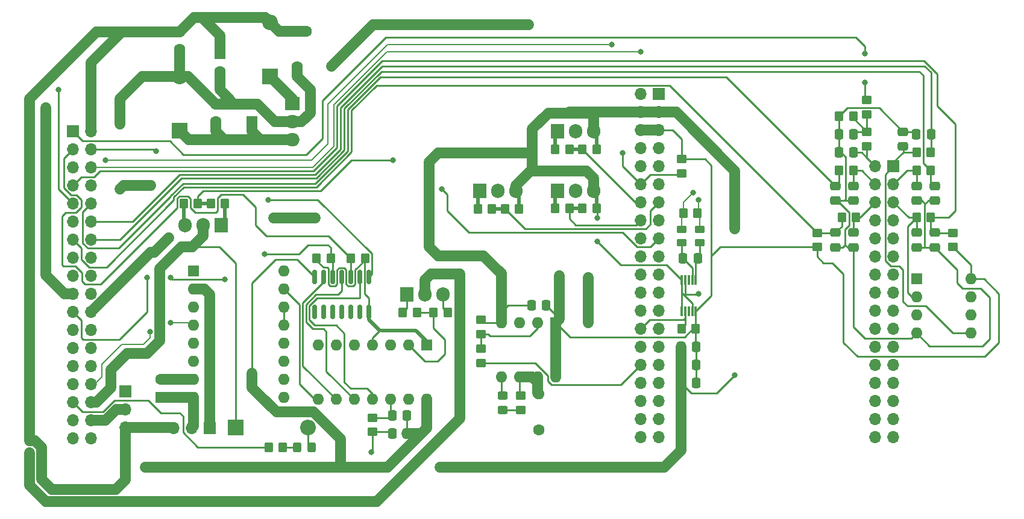
<source format=gbr>
%TF.GenerationSoftware,KiCad,Pcbnew,(6.0.0)*%
%TF.CreationDate,2022-01-12T02:58:20-05:00*%
%TF.ProjectId,klxecu,6b6c7865-6375-42e6-9b69-6361645f7063,rev?*%
%TF.SameCoordinates,Original*%
%TF.FileFunction,Copper,L1,Top*%
%TF.FilePolarity,Positive*%
%FSLAX46Y46*%
G04 Gerber Fmt 4.6, Leading zero omitted, Abs format (unit mm)*
G04 Created by KiCad (PCBNEW (6.0.0)) date 2022-01-12 02:58:20*
%MOMM*%
%LPD*%
G01*
G04 APERTURE LIST*
G04 Aperture macros list*
%AMRoundRect*
0 Rectangle with rounded corners*
0 $1 Rounding radius*
0 $2 $3 $4 $5 $6 $7 $8 $9 X,Y pos of 4 corners*
0 Add a 4 corners polygon primitive as box body*
4,1,4,$2,$3,$4,$5,$6,$7,$8,$9,$2,$3,0*
0 Add four circle primitives for the rounded corners*
1,1,$1+$1,$2,$3*
1,1,$1+$1,$4,$5*
1,1,$1+$1,$6,$7*
1,1,$1+$1,$8,$9*
0 Add four rect primitives between the rounded corners*
20,1,$1+$1,$2,$3,$4,$5,0*
20,1,$1+$1,$4,$5,$6,$7,0*
20,1,$1+$1,$6,$7,$8,$9,0*
20,1,$1+$1,$8,$9,$2,$3,0*%
G04 Aperture macros list end*
%TA.AperFunction,ComponentPad*%
%ADD10R,1.905000X2.000000*%
%TD*%
%TA.AperFunction,ComponentPad*%
%ADD11O,1.905000X2.000000*%
%TD*%
%TA.AperFunction,ComponentPad*%
%ADD12R,1.600000X1.600000*%
%TD*%
%TA.AperFunction,ComponentPad*%
%ADD13O,1.600000X1.600000*%
%TD*%
%TA.AperFunction,SMDPad,CuDef*%
%ADD14RoundRect,0.250000X-0.475000X0.337500X-0.475000X-0.337500X0.475000X-0.337500X0.475000X0.337500X0*%
%TD*%
%TA.AperFunction,ComponentPad*%
%ADD15C,1.600000*%
%TD*%
%TA.AperFunction,SMDPad,CuDef*%
%ADD16RoundRect,0.250000X0.350000X0.450000X-0.350000X0.450000X-0.350000X-0.450000X0.350000X-0.450000X0*%
%TD*%
%TA.AperFunction,SMDPad,CuDef*%
%ADD17RoundRect,0.250000X0.337500X0.475000X-0.337500X0.475000X-0.337500X-0.475000X0.337500X-0.475000X0*%
%TD*%
%TA.AperFunction,SMDPad,CuDef*%
%ADD18RoundRect,0.250000X0.325000X0.450000X-0.325000X0.450000X-0.325000X-0.450000X0.325000X-0.450000X0*%
%TD*%
%TA.AperFunction,SMDPad,CuDef*%
%ADD19RoundRect,0.250000X-0.350000X-0.450000X0.350000X-0.450000X0.350000X0.450000X-0.350000X0.450000X0*%
%TD*%
%TA.AperFunction,SMDPad,CuDef*%
%ADD20RoundRect,0.250000X-0.450000X0.350000X-0.450000X-0.350000X0.450000X-0.350000X0.450000X0.350000X0*%
%TD*%
%TA.AperFunction,ComponentPad*%
%ADD21R,1.700000X1.700000*%
%TD*%
%TA.AperFunction,ComponentPad*%
%ADD22O,1.700000X1.700000*%
%TD*%
%TA.AperFunction,SMDPad,CuDef*%
%ADD23RoundRect,0.250000X-0.337500X-0.475000X0.337500X-0.475000X0.337500X0.475000X-0.337500X0.475000X0*%
%TD*%
%TA.AperFunction,SMDPad,CuDef*%
%ADD24RoundRect,0.250000X0.450000X-0.350000X0.450000X0.350000X-0.450000X0.350000X-0.450000X-0.350000X0*%
%TD*%
%TA.AperFunction,ComponentPad*%
%ADD25R,2.200000X2.200000*%
%TD*%
%TA.AperFunction,ComponentPad*%
%ADD26O,2.200000X2.200000*%
%TD*%
%TA.AperFunction,SMDPad,CuDef*%
%ADD27RoundRect,0.250000X0.450000X-0.262500X0.450000X0.262500X-0.450000X0.262500X-0.450000X-0.262500X0*%
%TD*%
%TA.AperFunction,SMDPad,CuDef*%
%ADD28R,0.300000X1.400000*%
%TD*%
%TA.AperFunction,SMDPad,CuDef*%
%ADD29RoundRect,0.250000X-0.450000X0.325000X-0.450000X-0.325000X0.450000X-0.325000X0.450000X0.325000X0*%
%TD*%
%TA.AperFunction,ComponentPad*%
%ADD30R,2.000000X1.905000*%
%TD*%
%TA.AperFunction,ComponentPad*%
%ADD31O,2.000000X1.905000*%
%TD*%
%TA.AperFunction,SMDPad,CuDef*%
%ADD32RoundRect,0.250000X0.475000X-0.337500X0.475000X0.337500X-0.475000X0.337500X-0.475000X-0.337500X0*%
%TD*%
%TA.AperFunction,SMDPad,CuDef*%
%ADD33RoundRect,0.250000X-0.450000X0.262500X-0.450000X-0.262500X0.450000X-0.262500X0.450000X0.262500X0*%
%TD*%
%TA.AperFunction,SMDPad,CuDef*%
%ADD34RoundRect,0.150000X-0.150000X0.825000X-0.150000X-0.825000X0.150000X-0.825000X0.150000X0.825000X0*%
%TD*%
%TA.AperFunction,ViaPad*%
%ADD35C,0.800000*%
%TD*%
%TA.AperFunction,Conductor*%
%ADD36C,0.250000*%
%TD*%
%TA.AperFunction,Conductor*%
%ADD37C,1.500000*%
%TD*%
%TA.AperFunction,Conductor*%
%ADD38C,0.500000*%
%TD*%
%TA.AperFunction,Conductor*%
%ADD39C,0.200000*%
%TD*%
G04 APERTURE END LIST*
D10*
%TO.P,Q3,1,G*%
%TO.N,Net-(Q3-Pad1)*%
X77869489Y-59581489D03*
D11*
%TO.P,Q3,2,D*%
%TO.N,CHECK ENGINE*%
X80409489Y-59581489D03*
%TO.P,Q3,3,S*%
%TO.N,GND*%
X82949489Y-59581489D03*
%TD*%
D12*
%TO.P,A1,1,GND*%
%TO.N,GND*%
X47907489Y-56279489D03*
D13*
%TO.P,A1,2,VDD*%
%TO.N,+5V*%
X47907489Y-58819489D03*
%TO.P,A1,3,1B*%
%TO.N,SUB A -*%
X47907489Y-61359489D03*
%TO.P,A1,4,1A*%
%TO.N,SUB A +*%
X47907489Y-63899489D03*
%TO.P,A1,5,2A*%
%TO.N,SUB B +*%
X47907489Y-66439489D03*
%TO.P,A1,6,2B*%
%TO.N,SUB B -*%
X47907489Y-68979489D03*
%TO.P,A1,7,GND*%
%TO.N,GND*%
X47907489Y-71519489D03*
%TO.P,A1,8,VMOT*%
%TO.N,Net-(C19-Pad1)*%
X47907489Y-74059489D03*
%TO.P,A1,9,~{ENABLE}*%
%TO.N,unconnected-(A1-Pad9)*%
X60607489Y-74059489D03*
%TO.P,A1,10,MS1*%
%TO.N,unconnected-(A1-Pad10)*%
X60607489Y-71519489D03*
%TO.P,A1,11,MS2*%
%TO.N,unconnected-(A1-Pad11)*%
X60607489Y-68979489D03*
%TO.P,A1,12,MS3*%
%TO.N,unconnected-(A1-Pad12)*%
X60607489Y-66439489D03*
%TO.P,A1,13,~{RESET}*%
%TO.N,Net-(A1-Pad13)*%
X60607489Y-63899489D03*
%TO.P,A1,14,~{SLEEP}*%
X60607489Y-61359489D03*
%TO.P,A1,15,STEP*%
%TO.N,Net-(A1-Pad15)*%
X60607489Y-58819489D03*
%TO.P,A1,16,DIR*%
%TO.N,Net-(A1-Pad16)*%
X60607489Y-56279489D03*
%TD*%
D14*
%TO.P,C5,1*%
%TO.N,ARDUINO-A3*%
X140589000Y-44276011D03*
%TO.P,C5,2*%
%TO.N,GND*%
X140589000Y-46351011D03*
%TD*%
D12*
%TO.P,C24,1*%
%TO.N,+5V*%
X56098000Y-35270000D03*
D15*
%TO.P,C24,2*%
%TO.N,GND*%
X56098000Y-32770000D03*
%TD*%
D16*
%TO.P,R15,1*%
%TO.N,MAP*%
X151479000Y-39598511D03*
%TO.P,R15,2*%
%TO.N,ARDUINO-A0*%
X149479000Y-39598511D03*
%TD*%
D17*
%TO.P,C20,1*%
%TO.N,+5V*%
X97430500Y-61087000D03*
%TO.P,C20,2*%
%TO.N,GND*%
X95355500Y-61087000D03*
%TD*%
%TO.P,C17,1*%
%TO.N,+5V*%
X118496500Y-66903511D03*
%TO.P,C17,2*%
%TO.N,GND*%
X116421500Y-66903511D03*
%TD*%
D18*
%TO.P,LED1,1,K*%
%TO.N,Net-(D1-Pad2)*%
X64525000Y-81026000D03*
%TO.P,LED1,2,A*%
%TO.N,Net-(LED1-Pad2)*%
X62475000Y-81026000D03*
%TD*%
D19*
%TO.P,R12,1*%
%TO.N,GND*%
X138589000Y-34518511D03*
%TO.P,R12,2*%
%TO.N,Net-(C10-Pad1)*%
X140589000Y-34518511D03*
%TD*%
%TO.P,R9,1*%
%TO.N,IAT*%
X138954000Y-48721011D03*
%TO.P,R9,2*%
%TO.N,ARDUINO-A5*%
X140954000Y-48721011D03*
%TD*%
D20*
%TO.P,R32,1*%
%TO.N,Net-(R32-Pad1)*%
X93853000Y-73803000D03*
%TO.P,R32,2*%
%TO.N,Net-(LED2-Pad2)*%
X93853000Y-75803000D03*
%TD*%
D16*
%TO.P,R26,1*%
%TO.N,+5V*%
X72011489Y-54501489D03*
%TO.P,R26,2*%
%TO.N,NEUTRAL SW*%
X70011489Y-54501489D03*
%TD*%
D14*
%TO.P,C3,1*%
%TO.N,CLT*%
X152019000Y-50858511D03*
%TO.P,C3,2*%
%TO.N,GND*%
X152019000Y-52933511D03*
%TD*%
D21*
%TO.P,J3,1,Pin_1*%
%TO.N,ARDUINO-A0*%
X146234000Y-41503511D03*
D22*
%TO.P,J3,2,Pin_2*%
%TO.N,ARDUINO-A1*%
X143694000Y-41503511D03*
%TO.P,J3,3,Pin_3*%
%TO.N,ARDUINO-A2*%
X146234000Y-44043511D03*
%TO.P,J3,4,Pin_4*%
%TO.N,ARDUINO-A3*%
X143694000Y-44043511D03*
%TO.P,J3,5,Pin_5*%
%TO.N,ARDUINO-A4*%
X146234000Y-46583511D03*
%TO.P,J3,6,Pin_6*%
%TO.N,ARDUINO-A5*%
X143694000Y-46583511D03*
%TO.P,J3,7,Pin_7*%
%TO.N,unconnected-(J3-Pad7)*%
X146234000Y-49123511D03*
%TO.P,J3,8,Pin_8*%
%TO.N,unconnected-(J3-Pad8)*%
X143694000Y-49123511D03*
%TO.P,J3,9,Pin_9*%
%TO.N,unconnected-(J3-Pad9)*%
X146234000Y-51663511D03*
%TO.P,J3,10,Pin_10*%
%TO.N,unconnected-(J3-Pad10)*%
X143694000Y-51663511D03*
%TO.P,J3,11,Pin_11*%
%TO.N,unconnected-(J3-Pad11)*%
X146234000Y-54203511D03*
%TO.P,J3,12,Pin_12*%
%TO.N,unconnected-(J3-Pad12)*%
X143694000Y-54203511D03*
%TO.P,J3,13,Pin_13*%
%TO.N,unconnected-(J3-Pad13)*%
X146234000Y-56743511D03*
%TO.P,J3,14,Pin_14*%
%TO.N,unconnected-(J3-Pad14)*%
X143694000Y-56743511D03*
%TO.P,J3,15,Pin_15*%
%TO.N,unconnected-(J3-Pad15)*%
X146234000Y-59283511D03*
%TO.P,J3,16,Pin_16*%
%TO.N,unconnected-(J3-Pad16)*%
X143694000Y-59283511D03*
%TO.P,J3,17,Pin_17*%
%TO.N,unconnected-(J3-Pad17)*%
X146234000Y-61823511D03*
%TO.P,J3,18,Pin_18*%
%TO.N,unconnected-(J3-Pad18)*%
X143694000Y-61823511D03*
%TO.P,J3,19,Pin_19*%
%TO.N,unconnected-(J3-Pad19)*%
X146234000Y-64363511D03*
%TO.P,J3,20,Pin_20*%
%TO.N,unconnected-(J3-Pad20)*%
X143694000Y-64363511D03*
%TO.P,J3,21,Pin_21*%
%TO.N,unconnected-(J3-Pad21)*%
X146234000Y-66903511D03*
%TO.P,J3,22,Pin_22*%
%TO.N,unconnected-(J3-Pad22)*%
X143694000Y-66903511D03*
%TO.P,J3,23,Pin_23*%
%TO.N,unconnected-(J3-Pad23)*%
X146234000Y-69443511D03*
%TO.P,J3,24,Pin_24*%
%TO.N,unconnected-(J3-Pad24)*%
X143694000Y-69443511D03*
%TO.P,J3,25,Pin_25*%
%TO.N,unconnected-(J3-Pad25)*%
X146234000Y-71983511D03*
%TO.P,J3,26,Pin_26*%
%TO.N,unconnected-(J3-Pad26)*%
X143694000Y-71983511D03*
%TO.P,J3,27,Pin_27*%
%TO.N,unconnected-(J3-Pad27)*%
X146234000Y-74523511D03*
%TO.P,J3,28,Pin_28*%
%TO.N,unconnected-(J3-Pad28)*%
X143694000Y-74523511D03*
%TO.P,J3,29,Pin_29*%
%TO.N,unconnected-(J3-Pad29)*%
X146234000Y-77063511D03*
%TO.P,J3,30,Pin_30*%
%TO.N,unconnected-(J3-Pad30)*%
X143694000Y-77063511D03*
%TO.P,J3,31,Pin_31*%
%TO.N,unconnected-(J3-Pad31)*%
X146234000Y-79603511D03*
%TO.P,J3,32,Pin_32*%
%TO.N,unconnected-(J3-Pad32)*%
X143694000Y-79603511D03*
%TD*%
D15*
%TO.P,C23,1*%
%TO.N,+5V*%
X51018000Y-35270000D03*
%TO.P,C23,2*%
%TO.N,GND*%
X51018000Y-32770000D03*
%TD*%
%TO.P,R33,1*%
%TO.N,IGN*%
X96393000Y-78642000D03*
D13*
%TO.P,R33,2*%
%TO.N,Net-(R32-Pad1)*%
X96393000Y-73562000D03*
%TD*%
D10*
%TO.P,Q2,1,G*%
%TO.N,Net-(Q2-Pad1)*%
X88138000Y-44958000D03*
D11*
%TO.P,Q2,2,D*%
%TO.N,FP RELAY*%
X90678000Y-44958000D03*
%TO.P,Q2,3,S*%
%TO.N,GND*%
X93218000Y-44958000D03*
%TD*%
D14*
%TO.P,C13,1*%
%TO.N,ARDUINO-A2*%
X149479000Y-44276011D03*
%TO.P,C13,2*%
%TO.N,GND*%
X149479000Y-46351011D03*
%TD*%
D23*
%TO.P,C8,1*%
%TO.N,SUB TPS*%
X75815989Y-79139489D03*
%TO.P,C8,2*%
%TO.N,GND*%
X77890989Y-79139489D03*
%TD*%
D17*
%TO.P,C14,1*%
%TO.N,ARDUINO-A1*%
X140626500Y-39598511D03*
%TO.P,C14,2*%
%TO.N,GND*%
X138551500Y-39598511D03*
%TD*%
D24*
%TO.P,R3,1*%
%TO.N,+5V*%
X154559000Y-52896011D03*
%TO.P,R3,2*%
%TO.N,CLT*%
X154559000Y-50896011D03*
%TD*%
D12*
%TO.P,C21,1*%
%TO.N,+12V*%
X51598000Y-25690000D03*
D15*
%TO.P,C21,2*%
%TO.N,GND*%
X51598000Y-28190000D03*
%TD*%
D12*
%TO.P,IC1,1,P1*%
%TO.N,ARDUINO-A3*%
X149489000Y-57388511D03*
D13*
%TO.P,IC1,2,P2*%
%TO.N,ARDUINO-A4*%
X149489000Y-59928511D03*
%TO.P,IC1,3,P3*%
%TO.N,ARDUINO-A5*%
X149489000Y-62468511D03*
%TO.P,IC1,4,P4*%
%TO.N,GND*%
X149489000Y-65008511D03*
%TO.P,IC1,5,P5*%
%TO.N,ARDUINO-A0*%
X157109000Y-65008511D03*
%TO.P,IC1,6,P6*%
%TO.N,ARDUINO-A1*%
X157109000Y-62468511D03*
%TO.P,IC1,7,P7*%
%TO.N,ARDUINO-A2*%
X157109000Y-59928511D03*
%TO.P,IC1,8,P8*%
%TO.N,+5V*%
X157109000Y-57388511D03*
%TD*%
D19*
%TO.P,R21,1*%
%TO.N,Net-(Q2-Pad1)*%
X87818000Y-47498000D03*
%TO.P,R21,2*%
%TO.N,ARDUINO-D4*%
X89818000Y-47498000D03*
%TD*%
D12*
%TO.P,U4,1,VDD*%
%TO.N,+5V*%
X98796000Y-63510000D03*
D13*
%TO.P,U4,2,INPUT*%
%TO.N,Net-(R24-Pad2)*%
X96256000Y-63510000D03*
%TO.P,U4,3,NC*%
%TO.N,unconnected-(U4-Pad3)*%
X93716000Y-63510000D03*
%TO.P,U4,4,GND*%
%TO.N,GND*%
X91176000Y-63510000D03*
%TO.P,U4,5,GND*%
X91176000Y-71130000D03*
%TO.P,U4,6,OUTPUT*%
%TO.N,Net-(R32-Pad1)*%
X93716000Y-71130000D03*
%TO.P,U4,7,OUTPUT*%
X96256000Y-71130000D03*
%TO.P,U4,8,VDD*%
%TO.N,+5V*%
X98796000Y-71130000D03*
%TD*%
D24*
%TO.P,R25,1*%
%TO.N,Net-(R24-Pad2)*%
X88265000Y-65135000D03*
%TO.P,R25,2*%
%TO.N,GND*%
X88265000Y-63135000D03*
%TD*%
D16*
%TO.P,R16,1*%
%TO.N,+5V*%
X118459000Y-64363511D03*
%TO.P,R16,2*%
%TO.N,ARDUINO-D19*%
X116459000Y-64363511D03*
%TD*%
D25*
%TO.P,D3,1,K*%
%TO.N,Net-(D3-Pad1)*%
X58638000Y-28920000D03*
D26*
%TO.P,D3,2,A*%
%TO.N,+12V*%
X58638000Y-21300000D03*
%TD*%
D20*
%TO.P,R14,1*%
%TO.N,Net-(C10-Pad1)*%
X142494000Y-36693511D03*
%TO.P,R14,2*%
%TO.N,ARDUINO-A1*%
X142494000Y-38693511D03*
%TD*%
D19*
%TO.P,R31,1*%
%TO.N,Net-(Q4-Pad1)*%
X98724000Y-47442000D03*
%TO.P,R31,2*%
%TO.N,ARDUINO-D7*%
X100724000Y-47442000D03*
%TD*%
D27*
%TO.P,R4,1*%
%TO.N,Net-(C2-Pad1)*%
X118979000Y-52238511D03*
%TO.P,R4,2*%
%TO.N,CKP +*%
X118979000Y-50413511D03*
%TD*%
D25*
%TO.P,D4,1,K*%
%TO.N,+5V*%
X45938000Y-36540000D03*
D26*
%TO.P,D4,2,A*%
%TO.N,GND*%
X45938000Y-28920000D03*
%TD*%
D15*
%TO.P,C22,1*%
%TO.N,+12V*%
X45938000Y-22610000D03*
%TO.P,C22,2*%
%TO.N,GND*%
X45938000Y-25110000D03*
%TD*%
D17*
%TO.P,C12,1*%
%TO.N,MAP*%
X151516500Y-37058511D03*
%TO.P,C12,2*%
%TO.N,GND*%
X149441500Y-37058511D03*
%TD*%
D10*
%TO.P,Q5,1,G*%
%TO.N,Net-(Q5-Pad1)*%
X99060000Y-36576000D03*
D11*
%TO.P,Q5,2,D*%
%TO.N,FAN RELAY*%
X101600000Y-36576000D03*
%TO.P,Q5,3,S*%
%TO.N,GND*%
X104140000Y-36576000D03*
%TD*%
D17*
%TO.P,C2,1*%
%TO.N,Net-(C2-Pad1)*%
X118746500Y-54501011D03*
%TO.P,C2,2*%
%TO.N,Net-(C2-Pad2)*%
X116671500Y-54501011D03*
%TD*%
D28*
%TO.P,U1,1,IN+*%
%TO.N,Net-(C2-Pad1)*%
X118459000Y-57488511D03*
%TO.P,U1,2,IN-*%
%TO.N,Net-(C2-Pad2)*%
X117959000Y-57488511D03*
%TO.P,U1,3,NC*%
%TO.N,unconnected-(U1-Pad3)*%
X117459000Y-57488511D03*
%TO.P,U1,4,BIAS*%
%TO.N,GND*%
X116959000Y-57488511D03*
%TO.P,U1,5,GND*%
X116459000Y-57488511D03*
%TO.P,U1,6,ZERO_EN*%
X116459000Y-61888511D03*
%TO.P,U1,7,COUT*%
%TO.N,ARDUINO-D19*%
X116959000Y-61888511D03*
%TO.P,U1,8,EXT*%
%TO.N,unconnected-(U1-Pad8)*%
X117459000Y-61888511D03*
%TO.P,U1,9,INT_THRS*%
%TO.N,GND*%
X117959000Y-61888511D03*
%TO.P,U1,10,VCC*%
%TO.N,+5V*%
X118459000Y-61888511D03*
%TD*%
D19*
%TO.P,R27,1*%
%TO.N,+5V*%
X65185489Y-54501489D03*
%TO.P,R27,2*%
%TO.N,KICKSTAND SW*%
X67185489Y-54501489D03*
%TD*%
%TO.P,R7,1*%
%TO.N,TPS*%
X138589000Y-42138511D03*
%TO.P,R7,2*%
%TO.N,ARDUINO-A3*%
X140589000Y-42138511D03*
%TD*%
D17*
%TO.P,C16,1*%
%TO.N,+5V*%
X118496500Y-69443511D03*
%TO.P,C16,2*%
%TO.N,GND*%
X116421500Y-69443511D03*
%TD*%
D10*
%TO.P,Q1,1,G*%
%TO.N,Net-(Q1-Pad1)*%
X51816000Y-49855000D03*
D11*
%TO.P,Q1,2,D*%
%TO.N,INJECTOR*%
X49276000Y-49855000D03*
%TO.P,Q1,3,S*%
%TO.N,GND*%
X46736000Y-49855000D03*
%TD*%
D16*
%TO.P,R18,1*%
%TO.N,ARDUINO-D8*%
X48514000Y-46736000D03*
%TO.P,R18,2*%
%TO.N,GND*%
X46514000Y-46736000D03*
%TD*%
D19*
%TO.P,R19,1*%
%TO.N,ARDUINO-D4*%
X91628000Y-47498000D03*
%TO.P,R19,2*%
%TO.N,GND*%
X93628000Y-47498000D03*
%TD*%
D21*
%TO.P,JP2,1,A*%
%TO.N,+5V*%
X50183489Y-78377489D03*
D22*
%TO.P,JP2,2,C*%
%TO.N,Net-(C19-Pad1)*%
X47643489Y-78377489D03*
%TO.P,JP2,3,B*%
%TO.N,+12V*%
X45103489Y-78377489D03*
%TD*%
D19*
%TO.P,R17,1*%
%TO.N,KILL SW*%
X58436000Y-81026000D03*
%TO.P,R17,2*%
%TO.N,Net-(LED1-Pad2)*%
X60436000Y-81026000D03*
%TD*%
D25*
%TO.P,D1,1,K*%
%TO.N,INJECTOR*%
X53848000Y-78232000D03*
D26*
%TO.P,D1,2,A*%
%TO.N,Net-(D1-Pad2)*%
X64008000Y-78232000D03*
%TD*%
D16*
%TO.P,R13,1*%
%TO.N,O2S +*%
X151479000Y-42138511D03*
%TO.P,R13,2*%
%TO.N,ARDUINO-A2*%
X149479000Y-42138511D03*
%TD*%
D20*
%TO.P,R1,1*%
%TO.N,+5V*%
X116459000Y-40503511D03*
%TO.P,R1,2*%
%TO.N,ARDUINO-D3*%
X116459000Y-42503511D03*
%TD*%
D19*
%TO.P,R22,1*%
%TO.N,ATTINY-D10*%
X81597489Y-62121489D03*
%TO.P,R22,2*%
%TO.N,GND*%
X83597489Y-62121489D03*
%TD*%
D21*
%TO.P,JP1,1,A*%
%TO.N,GND*%
X38354000Y-73167000D03*
D22*
%TO.P,JP1,2,C*%
%TO.N,O2S HEAT +*%
X38354000Y-75707000D03*
%TO.P,JP1,3,B*%
%TO.N,+12V*%
X38354000Y-78247000D03*
%TD*%
D23*
%TO.P,C11,1*%
%TO.N,ATTINY-A1*%
X75815989Y-76599489D03*
%TO.P,C11,2*%
%TO.N,GND*%
X77890989Y-76599489D03*
%TD*%
D29*
%TO.P,LED2,1,K*%
%TO.N,GND*%
X91313000Y-73778000D03*
%TO.P,LED2,2,A*%
%TO.N,Net-(LED2-Pad2)*%
X91313000Y-75828000D03*
%TD*%
D30*
%TO.P,U6,1,VI*%
%TO.N,Net-(D3-Pad1)*%
X61758000Y-32730000D03*
D31*
%TO.P,U6,2,GND*%
%TO.N,GND*%
X61758000Y-35270000D03*
%TO.P,U6,3,VO*%
%TO.N,+5V*%
X61758000Y-37810000D03*
%TD*%
D19*
%TO.P,R29,1*%
%TO.N,ARDUINO-D7*%
X102534000Y-47442000D03*
%TO.P,R29,2*%
%TO.N,GND*%
X104534000Y-47442000D03*
%TD*%
D32*
%TO.P,C15,1*%
%TO.N,ARDUINO-A0*%
X147574000Y-38731011D03*
%TO.P,C15,2*%
%TO.N,GND*%
X147574000Y-36656011D03*
%TD*%
D12*
%TO.P,C19,1*%
%TO.N,Net-(C19-Pad1)*%
X43325489Y-73994602D03*
D15*
%TO.P,C19,2*%
%TO.N,GND*%
X43325489Y-71494602D03*
%TD*%
D21*
%TO.P,J1,1,Pin_1*%
%TO.N,unconnected-(J1-Pad1)*%
X113284000Y-31343511D03*
D22*
%TO.P,J1,2,Pin_2*%
%TO.N,unconnected-(J1-Pad2)*%
X110744000Y-31343511D03*
%TO.P,J1,3,Pin_3*%
%TO.N,GND*%
X113284000Y-33883511D03*
%TO.P,J1,4,Pin_4*%
X110744000Y-33883511D03*
%TO.P,J1,5,Pin_5*%
%TO.N,+5V*%
X113284000Y-36423511D03*
%TO.P,J1,6,Pin_6*%
X110744000Y-36423511D03*
%TO.P,J1,7,Pin_7*%
%TO.N,unconnected-(J1-Pad7)*%
X113284000Y-38963511D03*
%TO.P,J1,8,Pin_8*%
%TO.N,ARDUINO-RST*%
X110744000Y-38963511D03*
%TO.P,J1,9,Pin_9*%
%TO.N,unconnected-(J1-Pad9)*%
X113284000Y-41503511D03*
%TO.P,J1,10,Pin_10*%
%TO.N,unconnected-(J1-Pad10)*%
X110744000Y-41503511D03*
%TO.P,J1,11,Pin_11*%
%TO.N,unconnected-(J1-Pad11)*%
X113284000Y-44043511D03*
%TO.P,J1,12,Pin_12*%
%TO.N,ARDUINO-D3*%
X110744000Y-44043511D03*
%TO.P,J1,13,Pin_13*%
%TO.N,ARDUINO-D4*%
X113284000Y-46583511D03*
%TO.P,J1,14,Pin_14*%
%TO.N,ARDUINO-D5*%
X110744000Y-46583511D03*
%TO.P,J1,15,Pin_15*%
%TO.N,ARDUINO-D6*%
X113284000Y-49123511D03*
%TO.P,J1,16,Pin_16*%
%TO.N,ARDUINO-D7*%
X110744000Y-49123511D03*
%TO.P,J1,17,Pin_17*%
%TO.N,ARDUINO-D8*%
X113284000Y-51663511D03*
%TO.P,J1,18,Pin_18*%
%TO.N,unconnected-(J1-Pad18)*%
X110744000Y-51663511D03*
%TO.P,J1,19,Pin_19*%
%TO.N,unconnected-(J1-Pad19)*%
X113284000Y-54203511D03*
%TO.P,J1,20,Pin_20*%
%TO.N,unconnected-(J1-Pad20)*%
X110744000Y-54203511D03*
%TO.P,J1,21,Pin_21*%
%TO.N,unconnected-(J1-Pad21)*%
X113284000Y-56743511D03*
%TO.P,J1,22,Pin_22*%
%TO.N,unconnected-(J1-Pad22)*%
X110744000Y-56743511D03*
%TO.P,J1,23,Pin_23*%
%TO.N,unconnected-(J1-Pad23)*%
X113284000Y-59283511D03*
%TO.P,J1,24,Pin_24*%
%TO.N,unconnected-(J1-Pad24)*%
X110744000Y-59283511D03*
%TO.P,J1,25,Pin_25*%
%TO.N,unconnected-(J1-Pad25)*%
X113284000Y-61823511D03*
%TO.P,J1,26,Pin_26*%
%TO.N,unconnected-(J1-Pad26)*%
X110744000Y-61823511D03*
%TO.P,J1,27,Pin_27*%
%TO.N,unconnected-(J1-Pad27)*%
X113284000Y-64363511D03*
%TO.P,J1,28,Pin_28*%
%TO.N,ARDUINO-D19*%
X110744000Y-64363511D03*
%TO.P,J1,29,Pin_29*%
%TO.N,unconnected-(J1-Pad29)*%
X113284000Y-66903511D03*
%TO.P,J1,30,Pin_30*%
%TO.N,unconnected-(J1-Pad30)*%
X110744000Y-66903511D03*
%TO.P,J1,31,Pin_31*%
%TO.N,unconnected-(J1-Pad31)*%
X113284000Y-69443511D03*
%TO.P,J1,32,Pin_32*%
%TO.N,ARDUINO-D23*%
X110744000Y-69443511D03*
%TO.P,J1,33,Pin_33*%
%TO.N,unconnected-(J1-Pad33)*%
X113284000Y-71983511D03*
%TO.P,J1,34,Pin_34*%
%TO.N,unconnected-(J1-Pad34)*%
X110744000Y-71983511D03*
%TO.P,J1,35,Pin_35*%
%TO.N,unconnected-(J1-Pad35)*%
X113284000Y-74523511D03*
%TO.P,J1,36,Pin_36*%
%TO.N,unconnected-(J1-Pad36)*%
X110744000Y-74523511D03*
%TO.P,J1,37,Pin_37*%
%TO.N,unconnected-(J1-Pad37)*%
X113284000Y-77063511D03*
%TO.P,J1,38,Pin_38*%
%TO.N,unconnected-(J1-Pad38)*%
X110744000Y-77063511D03*
%TO.P,J1,39,Pin_39*%
%TO.N,unconnected-(J1-Pad39)*%
X113284000Y-79603511D03*
%TO.P,J1,40,Pin_40*%
%TO.N,unconnected-(J1-Pad40)*%
X110744000Y-79603511D03*
%TD*%
D14*
%TO.P,C7,1*%
%TO.N,ARDUINO-A5*%
X140589000Y-50858511D03*
%TO.P,C7,2*%
%TO.N,GND*%
X140589000Y-52933511D03*
%TD*%
D17*
%TO.P,C18,1*%
%TO.N,+5V*%
X118496500Y-71983511D03*
%TO.P,C18,2*%
%TO.N,GND*%
X116421500Y-71983511D03*
%TD*%
D21*
%TO.P,J2,1,Pin_1*%
%TO.N,+BATT*%
X30983000Y-36591000D03*
D22*
%TO.P,J2,2,Pin_2*%
%TO.N,NEUTRAL SW*%
X30983000Y-39131000D03*
%TO.P,J2,3,Pin_3*%
%TO.N,CHECK ENGINE*%
X30983000Y-41671000D03*
%TO.P,J2,4,Pin_4*%
%TO.N,CLT*%
X30983000Y-44211000D03*
%TO.P,J2,5,Pin_5*%
%TO.N,ARDUINO-D3*%
X30983000Y-46751000D03*
%TO.P,J2,6,Pin_6*%
%TO.N,GND*%
X30983000Y-49291000D03*
%TO.P,J2,7,Pin_7*%
%TO.N,IAT*%
X30983000Y-51831000D03*
%TO.P,J2,8,Pin_8*%
%TO.N,SPEED*%
X30983000Y-54371000D03*
%TO.P,J2,9,Pin_9*%
%TO.N,SUB TPS*%
X30983000Y-56911000D03*
%TO.P,J2,10,Pin_10*%
%TO.N,TEMP WARN*%
X30983000Y-59451000D03*
%TO.P,J2,11,Pin_11*%
%TO.N,KICKSTAND SW*%
X30983000Y-61991000D03*
%TO.P,J2,12,Pin_12*%
%TO.N,AIR VALVE*%
X30983000Y-64531000D03*
%TO.P,J2,13,Pin_13*%
%TO.N,SUB A -*%
X30983000Y-67071000D03*
%TO.P,J2,14,Pin_14*%
%TO.N,SUB B -*%
X30983000Y-69611000D03*
%TO.P,J2,15,Pin_15*%
%TO.N,FAN RELAY*%
X30983000Y-72151000D03*
%TO.P,J2,16,Pin_16*%
%TO.N,KILL SW*%
X30983000Y-74691000D03*
%TO.P,J2,17,Pin_17*%
%TO.N,GND*%
X30983000Y-77231000D03*
%TO.P,J2,18,Pin_18*%
X30983000Y-79771000D03*
%TO.P,J2,19,Pin_19*%
%TO.N,+12V*%
X33523000Y-36591000D03*
%TO.P,J2,20,Pin_20*%
%TO.N,Vehicle Down*%
X33523000Y-39131000D03*
%TO.P,J2,21,Pin_21*%
%TO.N,CKP +*%
X33523000Y-41671000D03*
%TO.P,J2,22,Pin_22*%
%TO.N,unconnected-(J2-Pad22)*%
X33523000Y-44211000D03*
%TO.P,J2,23,Pin_23*%
%TO.N,TPS*%
X33523000Y-46751000D03*
%TO.P,J2,24,Pin_24*%
%TO.N,MAP*%
X33523000Y-49291000D03*
%TO.P,J2,25,Pin_25*%
%TO.N,O2S +*%
X33523000Y-51831000D03*
%TO.P,J2,26,Pin_26*%
%TO.N,GND*%
X33523000Y-54371000D03*
%TO.P,J2,27,Pin_27*%
%TO.N,CKP -*%
X33523000Y-56911000D03*
%TO.P,J2,28,Pin_28*%
%TO.N,GND*%
X33523000Y-59451000D03*
%TO.P,J2,29,Pin_29*%
%TO.N,FP RELAY*%
X33523000Y-61991000D03*
%TO.P,J2,30,Pin_30*%
%TO.N,CLUTCH SW*%
X33523000Y-64531000D03*
%TO.P,J2,31,Pin_31*%
%TO.N,+5V*%
X33523000Y-67071000D03*
%TO.P,J2,32,Pin_32*%
%TO.N,SUB B +*%
X33523000Y-69611000D03*
%TO.P,J2,33,Pin_33*%
%TO.N,SUB A +*%
X33523000Y-72151000D03*
%TO.P,J2,34,Pin_34*%
%TO.N,INJECTOR*%
X33523000Y-74691000D03*
%TO.P,J2,35,Pin_35*%
%TO.N,O2S HEAT +*%
X33523000Y-77231000D03*
%TO.P,J2,36,Pin_36*%
%TO.N,IGN*%
X33523000Y-79771000D03*
%TD*%
D16*
%TO.P,R2,1*%
%TO.N,CKP +*%
X118709000Y-48151011D03*
%TO.P,R2,2*%
%TO.N,CKP -*%
X116709000Y-48151011D03*
%TD*%
D12*
%TO.P,U2,1,VCC*%
%TO.N,+5V*%
X80663489Y-66693489D03*
D13*
%TO.P,U2,2,XTAL1/PB0*%
%TO.N,ATTINY-D10*%
X78123489Y-66693489D03*
%TO.P,U2,3,XTAL2/PB1*%
%TO.N,ARDUINO-RST*%
X75583489Y-66693489D03*
%TO.P,U2,4,~{RESET}/PB3*%
%TO.N,+5V*%
X73043489Y-66693489D03*
%TO.P,U2,5,PB2*%
%TO.N,ARDUINO-D6*%
X70503489Y-66693489D03*
%TO.P,U2,6,PA7*%
%TO.N,unconnected-(U2-Pad6)*%
X67963489Y-66693489D03*
%TO.P,U2,7,PA6*%
%TO.N,Net-(A1-Pad16)*%
X65423489Y-66693489D03*
%TO.P,U2,8,PA5*%
%TO.N,Net-(A1-Pad15)*%
X65423489Y-74313489D03*
%TO.P,U2,9,PA4*%
%TO.N,ATTINY-A4*%
X67963489Y-74313489D03*
%TO.P,U2,10,PA3*%
%TO.N,ATTINY-A3*%
X70503489Y-74313489D03*
%TO.P,U2,11,PA2*%
%TO.N,ATTINY-A2*%
X73043489Y-74313489D03*
%TO.P,U2,12,PA1*%
%TO.N,ATTINY-A1*%
X75583489Y-74313489D03*
%TO.P,U2,13,AREF/PA0*%
%TO.N,unconnected-(U2-Pad13)*%
X78123489Y-74313489D03*
%TO.P,U2,14,GND*%
%TO.N,GND*%
X80663489Y-74313489D03*
%TD*%
D16*
%TO.P,R8,1*%
%TO.N,CLT*%
X151479000Y-48721011D03*
%TO.P,R8,2*%
%TO.N,ARDUINO-A4*%
X149479000Y-48721011D03*
%TD*%
D14*
%TO.P,C1,1*%
%TO.N,TPS*%
X138049000Y-44276011D03*
%TO.P,C1,2*%
%TO.N,GND*%
X138049000Y-46351011D03*
%TD*%
D33*
%TO.P,R5,1*%
%TO.N,CKP -*%
X116439000Y-50413511D03*
%TO.P,R5,2*%
%TO.N,Net-(C2-Pad2)*%
X116439000Y-52238511D03*
%TD*%
D24*
%TO.P,R6,1*%
%TO.N,+5V*%
X135509000Y-52896011D03*
%TO.P,R6,2*%
%TO.N,IAT*%
X135509000Y-50896011D03*
%TD*%
D16*
%TO.P,R20,1*%
%TO.N,Net-(Q1-Pad1)*%
X52324000Y-46736000D03*
%TO.P,R20,2*%
%TO.N,ARDUINO-D8*%
X50324000Y-46736000D03*
%TD*%
D10*
%TO.P,Q4,1,G*%
%TO.N,Net-(Q4-Pad1)*%
X99060000Y-44958000D03*
D11*
%TO.P,Q4,2,D*%
%TO.N,TEMP WARN*%
X101600000Y-44958000D03*
%TO.P,Q4,3,S*%
%TO.N,GND*%
X104140000Y-44958000D03*
%TD*%
D34*
%TO.P,U3,1*%
%TO.N,Vehicle Down*%
X72535489Y-57096489D03*
%TO.P,U3,2*%
%TO.N,ATTINY-A2*%
X71265489Y-57096489D03*
%TO.P,U3,3*%
%TO.N,NEUTRAL SW*%
X69995489Y-57096489D03*
%TO.P,U3,4*%
%TO.N,ATTINY-A3*%
X68725489Y-57096489D03*
%TO.P,U3,5*%
%TO.N,KICKSTAND SW*%
X67455489Y-57096489D03*
%TO.P,U3,6*%
%TO.N,ATTINY-A4*%
X66185489Y-57096489D03*
%TO.P,U3,7,GND*%
%TO.N,GND*%
X64915489Y-57096489D03*
%TO.P,U3,8*%
%TO.N,N/C*%
X64915489Y-62046489D03*
%TO.P,U3,9*%
X66185489Y-62046489D03*
%TO.P,U3,10*%
X67455489Y-62046489D03*
%TO.P,U3,11*%
X68725489Y-62046489D03*
%TO.P,U3,12*%
X69995489Y-62046489D03*
%TO.P,U3,13*%
X71265489Y-62046489D03*
%TO.P,U3,14,VCC*%
%TO.N,+5V*%
X72535489Y-62046489D03*
%TD*%
D14*
%TO.P,C4,1*%
%TO.N,IAT*%
X138049000Y-50858511D03*
%TO.P,C4,2*%
%TO.N,GND*%
X138049000Y-52933511D03*
%TD*%
D19*
%TO.P,R28,1*%
%TO.N,ARDUINO-D5*%
X102534000Y-39187000D03*
%TO.P,R28,2*%
%TO.N,GND*%
X104534000Y-39187000D03*
%TD*%
D24*
%TO.P,R10,1*%
%TO.N,SUB TPS*%
X73043489Y-78869489D03*
%TO.P,R10,2*%
%TO.N,ATTINY-A1*%
X73043489Y-76869489D03*
%TD*%
D14*
%TO.P,C6,1*%
%TO.N,ARDUINO-A4*%
X149479000Y-50858511D03*
%TO.P,C6,2*%
%TO.N,GND*%
X149479000Y-52933511D03*
%TD*%
D17*
%TO.P,C10,1*%
%TO.N,Net-(C10-Pad1)*%
X140626500Y-37058511D03*
%TO.P,C10,2*%
%TO.N,GND*%
X138551500Y-37058511D03*
%TD*%
D19*
%TO.P,R23,1*%
%TO.N,Net-(Q3-Pad1)*%
X77279489Y-62121489D03*
%TO.P,R23,2*%
%TO.N,ATTINY-D10*%
X79279489Y-62121489D03*
%TD*%
%TO.P,R30,1*%
%TO.N,Net-(Q5-Pad1)*%
X98724000Y-39187000D03*
%TO.P,R30,2*%
%TO.N,ARDUINO-D5*%
X100724000Y-39187000D03*
%TD*%
D14*
%TO.P,C9,1*%
%TO.N,O2S +*%
X152019000Y-44276011D03*
%TO.P,C9,2*%
%TO.N,GND*%
X152019000Y-46351011D03*
%TD*%
D24*
%TO.P,R24,1*%
%TO.N,ARDUINO-D23*%
X88265000Y-69215000D03*
%TO.P,R24,2*%
%TO.N,Net-(R24-Pad2)*%
X88265000Y-67215000D03*
%TD*%
D15*
%TO.P,U5,1*%
%TO.N,+12V*%
X63718000Y-22570000D03*
%TO.P,U5,2*%
%TO.N,GND*%
X62418000Y-27570000D03*
%TD*%
D24*
%TO.P,R11,1*%
%TO.N,Net-(C10-Pad1)*%
X142494000Y-34248511D03*
%TO.P,R11,2*%
%TO.N,+BATT*%
X142494000Y-32248511D03*
%TD*%
D35*
%TO.N,GND*%
X41910000Y-44196000D03*
X104648000Y-52070000D03*
X56134000Y-70612000D03*
X116421500Y-81444500D03*
X123952000Y-50292000D03*
X82550000Y-83820000D03*
X75184000Y-83820000D03*
X123952000Y-70866000D03*
X118872000Y-59436000D03*
X104648000Y-48768000D03*
X90424000Y-55880000D03*
X37592000Y-35560000D03*
X41148000Y-83820000D03*
X37592000Y-44704000D03*
%TO.N,+5V*%
X99314000Y-56896000D03*
X67310000Y-27432000D03*
X94996000Y-21590000D03*
%TO.N,FP RELAY*%
X44450000Y-51562000D03*
X59182000Y-48768000D03*
X65024000Y-48768000D03*
%TO.N,FAN RELAY*%
X103378000Y-57150000D03*
X103378000Y-63500000D03*
%TO.N,ARDUINO-D8*%
X82804000Y-44704000D03*
X75946000Y-40640000D03*
%TO.N,+BATT*%
X142240000Y-25654000D03*
X142240000Y-29718000D03*
%TO.N,CHECK ENGINE*%
X24892000Y-81788000D03*
%TO.N,ARDUINO-D3*%
X28956000Y-30734000D03*
X108204000Y-39624000D03*
%TO.N,SUB TPS*%
X72898000Y-81720500D03*
%TO.N,TEMP WARN*%
X27178000Y-33274000D03*
%TO.N,KICKSTAND SW*%
X52324000Y-57404000D03*
X57912000Y-53848000D03*
X44704000Y-57150000D03*
X41402000Y-57150000D03*
X57912000Y-53848000D03*
%TO.N,Vehicle Down*%
X42672000Y-39370000D03*
X58420000Y-46228000D03*
%TO.N,CKP +*%
X118872000Y-46228000D03*
X110744000Y-25400000D03*
%TO.N,CKP -*%
X118110000Y-45212000D03*
X35560000Y-40640000D03*
X106680000Y-24384000D03*
%TO.N,SUB A +*%
X41830500Y-64770000D03*
X44704000Y-63500000D03*
%TD*%
D36*
%TO.N,TPS*%
X138049000Y-44276011D02*
X122728989Y-28956000D01*
X69596000Y-39371436D02*
X65025436Y-43942000D01*
X33036501Y-53005511D02*
X32348489Y-52317499D01*
X65025436Y-43942000D02*
X46424072Y-43942000D01*
X46424072Y-43942000D02*
X44690440Y-45675632D01*
X138589000Y-42138511D02*
X138589000Y-43736011D01*
X37418489Y-53005511D02*
X33036501Y-53005511D01*
X69596000Y-33529436D02*
X69596000Y-39371436D01*
X122728989Y-28956000D02*
X74169436Y-28956000D01*
X74169436Y-28956000D02*
X69596000Y-33529436D01*
X44690440Y-45675632D02*
X44690440Y-45733560D01*
X32348489Y-47925511D02*
X33523000Y-46751000D01*
X138589000Y-43736011D02*
X138049000Y-44276011D01*
X44690440Y-45733560D02*
X37418489Y-53005511D01*
X32348489Y-52317499D02*
X32348489Y-47925511D01*
D37*
%TO.N,GND*%
X57150000Y-73660000D02*
X56134000Y-72644000D01*
D36*
X116421500Y-71983511D02*
X117843989Y-73406000D01*
X119634000Y-73406000D02*
X121412000Y-73406000D01*
D37*
X68072000Y-83820000D02*
X75184000Y-83820000D01*
D36*
X91176000Y-61986000D02*
X91176000Y-63510000D01*
X138912511Y-39598511D02*
X139539480Y-40225480D01*
X92075000Y-61087000D02*
X91176000Y-61986000D01*
X138589000Y-34518511D02*
X139783520Y-33323991D01*
X116459000Y-59283511D02*
X116459000Y-59323511D01*
X150554480Y-46922480D02*
X150554480Y-52848542D01*
X139322989Y-46351011D02*
X140589000Y-46351011D01*
X150469511Y-52933511D02*
X152019000Y-52933511D01*
D37*
X110744000Y-33883511D02*
X100736489Y-33883511D01*
X37592000Y-35560000D02*
X37592000Y-32004000D01*
X95504000Y-40132000D02*
X95504000Y-41910000D01*
D38*
X104534000Y-39187000D02*
X104534000Y-36970000D01*
D36*
X116459000Y-57488511D02*
X116459000Y-59283511D01*
D37*
X103124000Y-42164000D02*
X95250000Y-42164000D01*
D36*
X104648000Y-47556000D02*
X104534000Y-47442000D01*
X139783520Y-33323991D02*
X144241980Y-33323991D01*
X116459000Y-57488511D02*
X114348511Y-55378022D01*
D37*
X64298000Y-30770000D02*
X64298000Y-34041522D01*
D36*
X91176000Y-73641000D02*
X91176000Y-71130000D01*
X149479000Y-52933511D02*
X150469511Y-52933511D01*
D37*
X68072000Y-83820000D02*
X68580000Y-83312000D01*
X47168000Y-28920000D02*
X45938000Y-28920000D01*
X90424000Y-55880000D02*
X88646000Y-54102000D01*
D36*
X138049000Y-46351011D02*
X138347453Y-46351011D01*
X138049000Y-46351011D02*
X139322989Y-46351011D01*
D37*
X100584000Y-34036000D02*
X97748478Y-34036000D01*
D36*
X64915489Y-57096489D02*
X62429000Y-54610000D01*
D37*
X94996000Y-39624000D02*
X95504000Y-40132000D01*
X104140000Y-36576000D02*
X104140000Y-34076000D01*
D36*
X150554480Y-46803520D02*
X150554480Y-46922480D01*
D37*
X61758000Y-35270000D02*
X59353000Y-35270000D01*
D36*
X118737000Y-59571000D02*
X116959000Y-59571000D01*
D37*
X51598000Y-28190000D02*
X51598000Y-30770000D01*
X95504000Y-36280478D02*
X95504000Y-40132000D01*
X79629000Y-79375000D02*
X80663489Y-78340511D01*
X97748478Y-34036000D02*
X95504000Y-36280478D01*
D36*
X150622000Y-46736000D02*
X150554480Y-46803520D01*
D37*
X82296000Y-39624000D02*
X94996000Y-39624000D01*
X47168000Y-28920000D02*
X51018000Y-32770000D01*
D36*
X155194000Y-56108511D02*
X155194000Y-57912000D01*
X116459000Y-61888511D02*
X116459000Y-59283511D01*
X149039000Y-36656011D02*
X149441500Y-37058511D01*
D38*
X104534000Y-36970000D02*
X104140000Y-36576000D01*
D37*
X59553000Y-76063000D02*
X57150000Y-73660000D01*
X45938000Y-28920000D02*
X45938000Y-25110000D01*
D36*
X116959000Y-59823511D02*
X117459000Y-60323511D01*
X140029480Y-48033038D02*
X140029480Y-49793038D01*
X138347453Y-46351011D02*
X140029480Y-48033038D01*
D37*
X53598000Y-32770000D02*
X51018000Y-32770000D01*
D36*
X155956000Y-58674000D02*
X158496000Y-58674000D01*
D37*
X59353000Y-35270000D02*
X56853000Y-32770000D01*
X104100000Y-34036000D02*
X100584000Y-34036000D01*
X104140000Y-44958000D02*
X104140000Y-43180000D01*
X100736489Y-33883511D02*
X100584000Y-34036000D01*
X123952000Y-42164000D02*
X123952000Y-50292000D01*
X95250000Y-42164000D02*
X94869000Y-42545000D01*
D36*
X140589000Y-64135000D02*
X142183000Y-65729000D01*
X138589000Y-34518511D02*
X138589000Y-39561011D01*
X139801511Y-52933511D02*
X140589000Y-52933511D01*
D38*
X104534000Y-47442000D02*
X104534000Y-45352000D01*
D37*
X94869000Y-42545000D02*
X93218000Y-44196000D01*
X93218000Y-44196000D02*
X93218000Y-44958000D01*
D36*
X78128489Y-76361989D02*
X77890989Y-76599489D01*
X147574000Y-36656011D02*
X149039000Y-36656011D01*
X151125949Y-46351011D02*
X150554480Y-46922480D01*
D37*
X56134000Y-72644000D02*
X56134000Y-70612000D01*
X81026000Y-40894000D02*
X82296000Y-39624000D01*
X68580000Y-83312000D02*
X68580000Y-79905553D01*
D36*
X150554480Y-52848542D02*
X150469511Y-52933511D01*
D37*
X82296000Y-54102000D02*
X81026000Y-52832000D01*
X104140000Y-43180000D02*
X103124000Y-42164000D01*
X88646000Y-54102000D02*
X82296000Y-54102000D01*
X62418000Y-27570000D02*
X62418000Y-28890000D01*
D36*
X142183000Y-65729000D02*
X148768511Y-65729000D01*
X139090489Y-52933511D02*
X139446000Y-52578000D01*
X149479000Y-46351011D02*
X150237011Y-46351011D01*
X152019000Y-52933511D02*
X155194000Y-56108511D01*
X159766000Y-59944000D02*
X159766000Y-65786000D01*
X59436000Y-54610000D02*
X56134000Y-57912000D01*
X118872000Y-59436000D02*
X118737000Y-59571000D01*
D37*
X47907489Y-71519489D02*
X43350376Y-71519489D01*
D36*
X56134000Y-57912000D02*
X56134000Y-70612000D01*
D37*
X64737447Y-76063000D02*
X59553000Y-76063000D01*
X95504000Y-41910000D02*
X94869000Y-42545000D01*
D36*
X139539480Y-46134520D02*
X139322989Y-46351011D01*
X140589000Y-52933511D02*
X140589000Y-64135000D01*
X116421500Y-71983511D02*
X116421500Y-66903511D01*
D37*
X91176000Y-63510000D02*
X91176000Y-56632000D01*
X81026000Y-52832000D02*
X81026000Y-40894000D01*
X43350376Y-71519489D02*
X43325489Y-71494602D01*
D36*
X121412000Y-73406000D02*
X123952000Y-70866000D01*
D37*
X104140000Y-34076000D02*
X104100000Y-34036000D01*
D36*
X139446000Y-52578000D02*
X139801511Y-52933511D01*
X144241980Y-33323991D02*
X147574000Y-36656011D01*
X77890989Y-76599489D02*
X77890989Y-79139489D01*
X104648000Y-48768000D02*
X104648000Y-47556000D01*
D37*
X114046000Y-83820000D02*
X116421500Y-81444500D01*
X41910000Y-44196000D02*
X38100000Y-44196000D01*
X64298000Y-34041522D02*
X63069522Y-35270000D01*
X110744000Y-33883511D02*
X113284000Y-33883511D01*
X37592000Y-32004000D02*
X40676000Y-28920000D01*
X38100000Y-44196000D02*
X37592000Y-44704000D01*
D36*
X107956022Y-55378022D02*
X104648000Y-52070000D01*
D37*
X40676000Y-28920000D02*
X45938000Y-28920000D01*
D36*
X116959000Y-59571000D02*
X116959000Y-59823511D01*
D37*
X115671511Y-33883511D02*
X123952000Y-42164000D01*
D36*
X117459000Y-60323511D02*
X117959000Y-60823511D01*
X91313000Y-73778000D02*
X91176000Y-73641000D01*
X158750000Y-66802000D02*
X151282489Y-66802000D01*
X151282489Y-66802000D02*
X149489000Y-65008511D01*
D37*
X79393489Y-79139489D02*
X79629000Y-79375000D01*
D38*
X93628000Y-45368000D02*
X93218000Y-44958000D01*
D37*
X80663489Y-78340511D02*
X80663489Y-74313489D01*
X116421500Y-81444500D02*
X116421500Y-66903511D01*
D36*
X82949489Y-61473489D02*
X82949489Y-59581489D01*
D37*
X91176000Y-56632000D02*
X90424000Y-55880000D01*
D36*
X91313000Y-63373000D02*
X91176000Y-63510000D01*
X148768511Y-65729000D02*
X149489000Y-65008511D01*
X62429000Y-54610000D02*
X59436000Y-54610000D01*
D37*
X56098000Y-32770000D02*
X53598000Y-32770000D01*
X75184000Y-83820000D02*
X79629000Y-79375000D01*
D36*
X139446000Y-50376518D02*
X139446000Y-52578000D01*
X83597489Y-62121489D02*
X82949489Y-61473489D01*
X117959000Y-61888511D02*
X117959000Y-60823511D01*
X138551500Y-39598511D02*
X138912511Y-39598511D01*
D37*
X68580000Y-79905553D02*
X64737447Y-76063000D01*
D36*
X150237011Y-46351011D02*
X150622000Y-46736000D01*
X117843989Y-73406000D02*
X119634000Y-73406000D01*
D37*
X51598000Y-30770000D02*
X53598000Y-32770000D01*
D36*
X114348511Y-55378022D02*
X107956022Y-55378022D01*
X116959000Y-57488511D02*
X116959000Y-59571000D01*
X140029480Y-49793038D02*
X139446000Y-50376518D01*
D38*
X46514000Y-46736000D02*
X46514000Y-48826000D01*
D36*
X138049000Y-52933511D02*
X139090489Y-52933511D01*
D37*
X113284000Y-33883511D02*
X115671511Y-33883511D01*
D36*
X139539480Y-40225480D02*
X139539480Y-46134520D01*
D37*
X63069522Y-35270000D02*
X61758000Y-35270000D01*
X82550000Y-83820000D02*
X114046000Y-83820000D01*
D36*
X88265000Y-63135000D02*
X88640000Y-63510000D01*
X158496000Y-58674000D02*
X159766000Y-59944000D01*
X138589000Y-39561011D02*
X138551500Y-39598511D01*
X116459000Y-59323511D02*
X117459000Y-60323511D01*
D38*
X46514000Y-48826000D02*
X46908000Y-49220000D01*
X93628000Y-47498000D02*
X93628000Y-45368000D01*
D37*
X56853000Y-32770000D02*
X56098000Y-32770000D01*
X62418000Y-28890000D02*
X64298000Y-30770000D01*
D36*
X159766000Y-65786000D02*
X158750000Y-66802000D01*
X152019000Y-46351011D02*
X151125949Y-46351011D01*
X95355500Y-61087000D02*
X92075000Y-61087000D01*
X88640000Y-63510000D02*
X91176000Y-63510000D01*
D37*
X41148000Y-83820000D02*
X68072000Y-83820000D01*
D38*
X104534000Y-45352000D02*
X104140000Y-44958000D01*
D36*
X155194000Y-57912000D02*
X155956000Y-58674000D01*
D37*
X77890989Y-79139489D02*
X79393489Y-79139489D01*
D36*
%TO.N,CLT*%
X152056500Y-50896011D02*
X152019000Y-50858511D01*
X150495717Y-26670000D02*
X74422000Y-26670000D01*
X152400000Y-28574283D02*
X150495717Y-26670000D01*
X151479000Y-50318511D02*
X152019000Y-50858511D01*
X152400000Y-33020000D02*
X152400000Y-28574283D01*
X34739520Y-42222480D02*
X33925511Y-43036489D01*
X33925511Y-43036489D02*
X32157511Y-43036489D01*
X74422000Y-26670000D02*
X68072000Y-33020000D01*
X154940000Y-35560000D02*
X152400000Y-33020000D01*
X64711520Y-42222480D02*
X34739520Y-42222480D01*
X151479000Y-48721011D02*
X153970989Y-48721011D01*
X151479000Y-48721011D02*
X151479000Y-50318511D01*
X32157511Y-43036489D02*
X30983000Y-44211000D01*
X154559000Y-50896011D02*
X152056500Y-50896011D01*
X154940000Y-47752000D02*
X154940000Y-35560000D01*
X153970989Y-48721011D02*
X154940000Y-47752000D01*
X68072000Y-33020000D02*
X68072000Y-38862000D01*
X68072000Y-38862000D02*
X64711520Y-42222480D01*
%TO.N,IAT*%
X70104000Y-39499153D02*
X65153154Y-44450000D01*
X46551790Y-44450000D02*
X45139960Y-45861830D01*
X138049000Y-50858511D02*
X138954000Y-49953511D01*
X138954000Y-49953511D02*
X138954000Y-48721011D01*
X65153154Y-44450000D02*
X46551790Y-44450000D01*
X45139960Y-45861830D02*
X45139960Y-46300040D01*
X32157511Y-54666521D02*
X32157511Y-53005511D01*
X70104000Y-33657154D02*
X70104000Y-39499153D01*
X135509000Y-50896011D02*
X114781989Y-30169000D01*
X45139960Y-46300040D02*
X35703511Y-55736489D01*
X135509000Y-50896011D02*
X138011500Y-50896011D01*
X33227479Y-55736489D02*
X32157511Y-54666521D01*
X73592154Y-30169000D02*
X70104000Y-33657154D01*
X138011500Y-50896011D02*
X138049000Y-50858511D01*
X35703511Y-55736489D02*
X33227479Y-55736489D01*
X32157511Y-53005511D02*
X30983000Y-51831000D01*
X114781989Y-30169000D02*
X73592154Y-30169000D01*
%TO.N,ARDUINO-A3*%
X140589000Y-42138511D02*
X141789000Y-42138511D01*
X141789000Y-42138511D02*
X143694000Y-44043511D01*
X140589000Y-44276011D02*
X140589000Y-42138511D01*
%TO.N,ARDUINO-A4*%
X149479000Y-48721011D02*
X148209000Y-49991011D01*
X149479000Y-48991011D02*
X149749000Y-48721011D01*
X149479000Y-50858511D02*
X149479000Y-48991011D01*
X148209000Y-59283511D02*
X148854000Y-59928511D01*
X149749000Y-48721011D02*
X148371500Y-48721011D01*
X148209000Y-49991011D02*
X148209000Y-59283511D01*
X148854000Y-59928511D02*
X149489000Y-59928511D01*
X148371500Y-48721011D02*
X146234000Y-46583511D01*
%TO.N,ARDUINO-A5*%
X143694000Y-46583511D02*
X141556500Y-48721011D01*
X140589000Y-49086011D02*
X140954000Y-48721011D01*
X141556500Y-48721011D02*
X140954000Y-48721011D01*
X140589000Y-50858511D02*
X140589000Y-49086011D01*
%TO.N,O2S +*%
X37577000Y-51831000D02*
X33523000Y-51831000D01*
X149860000Y-28194000D02*
X74295718Y-28194000D01*
X151479000Y-42138511D02*
X151479000Y-43736011D01*
X150403520Y-41063031D02*
X150403520Y-28737520D01*
X69088000Y-39243718D02*
X65151718Y-43180000D01*
X74295718Y-28194000D02*
X69088000Y-33401718D01*
X69088000Y-33401718D02*
X69088000Y-39243718D01*
X65151718Y-43180000D02*
X46228000Y-43180000D01*
X151479000Y-43736011D02*
X152019000Y-44276011D01*
X150403520Y-28737520D02*
X149860000Y-28194000D01*
X151479000Y-42138511D02*
X150403520Y-41063031D01*
X46228000Y-43180000D02*
X37577000Y-51831000D01*
%TO.N,MAP*%
X151516500Y-37058511D02*
X151516500Y-28326500D01*
X74422000Y-27432000D02*
X68580000Y-33274000D01*
X151516500Y-28326500D02*
X150622000Y-27432000D01*
X68580000Y-39116000D02*
X65024000Y-42672000D01*
X150622000Y-27432000D02*
X74422000Y-27432000D01*
X151516500Y-37058511D02*
X151516500Y-39561011D01*
X151516500Y-39561011D02*
X151479000Y-39598511D01*
X39355000Y-49291000D02*
X33523000Y-49291000D01*
X65024000Y-42672000D02*
X45974000Y-42672000D01*
X68580000Y-33274000D02*
X68580000Y-39116000D01*
X45974000Y-42672000D02*
X39355000Y-49291000D01*
%TO.N,ARDUINO-A2*%
X149479000Y-42138511D02*
X148139000Y-42138511D01*
X148139000Y-42138511D02*
X146234000Y-44043511D01*
X149479000Y-42138511D02*
X149479000Y-44276011D01*
%TO.N,ARDUINO-A1*%
X142494000Y-40303511D02*
X143694000Y-41503511D01*
X142494000Y-38693511D02*
X142494000Y-40303511D01*
X140626500Y-39598511D02*
X141789000Y-39598511D01*
X141789000Y-39598511D02*
X142494000Y-40303511D01*
%TO.N,ARDUINO-A0*%
X147574000Y-56108511D02*
X147574000Y-60553511D01*
X145842990Y-55569000D02*
X147034489Y-55569000D01*
X147574000Y-60553511D02*
X148209000Y-61188511D01*
X147599489Y-38756500D02*
X147574000Y-38731011D01*
X146234000Y-41503511D02*
X145059489Y-42678022D01*
X148209000Y-61188511D02*
X150749000Y-61188511D01*
X147599489Y-39598511D02*
X147599489Y-38756500D01*
X145059489Y-54785499D02*
X145842990Y-55569000D01*
X146234000Y-40964000D02*
X147599489Y-39598511D01*
X145059489Y-42678022D02*
X145059489Y-54785499D01*
X154569000Y-65008511D02*
X157109000Y-65008511D01*
X150749000Y-61188511D02*
X154569000Y-65008511D01*
X146234000Y-41503511D02*
X146234000Y-40964000D01*
X146234000Y-40938511D02*
X146234000Y-41503511D01*
X147599489Y-39598511D02*
X149479000Y-39598511D01*
X147034489Y-55569000D02*
X147574000Y-56108511D01*
D37*
%TO.N,+5V*%
X57258000Y-37810000D02*
X52178000Y-37810000D01*
D36*
X154559000Y-52896011D02*
X157109000Y-55446011D01*
X73043489Y-65677489D02*
X74059489Y-64661489D01*
X66185489Y-55771489D02*
X65185489Y-54771489D01*
X66830969Y-58118041D02*
X66830969Y-55908969D01*
X70342041Y-58396009D02*
X69648937Y-58396009D01*
X139192000Y-56642000D02*
X139192000Y-66294000D01*
X139192000Y-66294000D02*
X141167000Y-68269000D01*
D37*
X113284000Y-36423511D02*
X110744000Y-36423511D01*
D36*
X98796000Y-62452500D02*
X98796000Y-63510000D01*
X68080009Y-56095897D02*
X68080009Y-58118041D01*
D38*
X80663489Y-66185489D02*
X80663489Y-66693489D01*
D36*
X116459000Y-40503511D02*
X116459000Y-37693511D01*
X120650000Y-41402000D02*
X119751511Y-40503511D01*
X118459000Y-61888511D02*
X118459000Y-64363511D01*
X158988511Y-57388511D02*
X157109000Y-57388511D01*
D37*
X56098000Y-35270000D02*
X56098000Y-36650000D01*
X99314000Y-56896000D02*
X99314000Y-62992000D01*
D38*
X74313489Y-64661489D02*
X79139489Y-64661489D01*
D36*
X118459000Y-61888511D02*
X118459000Y-63976004D01*
X118459000Y-63976004D02*
X116896982Y-65538022D01*
X69648937Y-58396009D02*
X69350009Y-58097081D01*
X74059489Y-64661489D02*
X74313489Y-64661489D01*
X135509000Y-52896011D02*
X121855989Y-52896011D01*
X72011489Y-54704417D02*
X70620009Y-56095897D01*
X120650000Y-54102000D02*
X120650000Y-41402000D01*
D38*
X72535489Y-63137489D02*
X74059489Y-64661489D01*
D36*
X157109000Y-55446011D02*
X157109000Y-57388511D01*
X136398000Y-55118000D02*
X137668000Y-55118000D01*
X100824022Y-65538022D02*
X98796000Y-63510000D01*
X68080009Y-58118041D02*
X67802041Y-58396009D01*
X67108937Y-58396009D02*
X66830969Y-58118041D01*
D37*
X52178000Y-37810000D02*
X47208000Y-37810000D01*
D36*
X66830969Y-55908969D02*
X66693489Y-55771489D01*
X97430500Y-61087000D02*
X98796000Y-62452500D01*
X69072041Y-55796969D02*
X68378937Y-55796969D01*
D37*
X56098000Y-36650000D02*
X57258000Y-37810000D01*
D36*
X119751511Y-40503511D02*
X116459000Y-40503511D01*
X72011489Y-54501489D02*
X72011489Y-54704417D01*
X116896982Y-65538022D02*
X100824022Y-65538022D01*
X69350009Y-56074937D02*
X69072041Y-55796969D01*
D37*
X98796000Y-71130000D02*
X98796000Y-63510000D01*
X61758000Y-37810000D02*
X57258000Y-37810000D01*
D36*
X116459000Y-37693511D02*
X115189000Y-36423511D01*
D37*
X47208000Y-37810000D02*
X45938000Y-36540000D01*
D36*
X137668000Y-55118000D02*
X139192000Y-56642000D01*
X73043489Y-66693489D02*
X73043489Y-65677489D01*
D37*
X51018000Y-36650000D02*
X52178000Y-37810000D01*
X47907489Y-58819489D02*
X49421489Y-58819489D01*
D36*
X118459000Y-66866011D02*
X118496500Y-66903511D01*
X121855989Y-52896011D02*
X120650000Y-54102000D01*
X72535489Y-60089489D02*
X72535489Y-62046489D01*
D38*
X79139489Y-64661489D02*
X80663489Y-66185489D01*
D36*
X71910969Y-54602009D02*
X71910969Y-59464969D01*
X161036000Y-59436000D02*
X158988511Y-57388511D01*
D37*
X51018000Y-35270000D02*
X51018000Y-36650000D01*
D36*
X66693489Y-55771489D02*
X66185489Y-55771489D01*
X118721500Y-71758511D02*
X118496500Y-71983511D01*
X135509000Y-52896011D02*
X135509000Y-54229000D01*
X159061000Y-68269000D02*
X161036000Y-66294000D01*
X70620009Y-56095897D02*
X70620009Y-58118041D01*
D37*
X49421489Y-58819489D02*
X50183489Y-59581489D01*
D36*
X67802041Y-58396009D02*
X67108937Y-58396009D01*
X135509000Y-54229000D02*
X136398000Y-55118000D01*
D37*
X73152000Y-21590000D02*
X94996000Y-21590000D01*
X99314000Y-62992000D02*
X98796000Y-63510000D01*
X67310000Y-27432000D02*
X73152000Y-21590000D01*
D36*
X161036000Y-66294000D02*
X161036000Y-59436000D01*
X120650000Y-59697511D02*
X120650000Y-54102000D01*
X118459000Y-61888511D02*
X120650000Y-59697511D01*
X68378937Y-55796969D02*
X68080009Y-56095897D01*
X115189000Y-36423511D02*
X113284000Y-36423511D01*
D37*
X50183489Y-59581489D02*
X50183489Y-78377489D01*
D36*
X72011489Y-54501489D02*
X71910969Y-54602009D01*
X118496500Y-66903511D02*
X118496500Y-69443511D01*
X69350009Y-58097081D02*
X69350009Y-56074937D01*
X118496500Y-69443511D02*
X118496500Y-71983511D01*
X70620009Y-58118041D02*
X70342041Y-58396009D01*
X65185489Y-54771489D02*
X65185489Y-54501489D01*
X141167000Y-68269000D02*
X159061000Y-68269000D01*
X118459000Y-64363511D02*
X118459000Y-66866011D01*
X71910969Y-59464969D02*
X72535489Y-60089489D01*
D38*
X72535489Y-62046489D02*
X72535489Y-63137489D01*
D37*
%TO.N,+12V*%
X63718000Y-22570000D02*
X59908000Y-22570000D01*
X57948000Y-20610000D02*
X58638000Y-21300000D01*
X38354000Y-81026000D02*
X38354000Y-79756000D01*
X24892000Y-80088480D02*
X25595964Y-80088480D01*
X33523000Y-26929000D02*
X33523000Y-36591000D01*
X26591520Y-81084036D02*
X26591520Y-85519520D01*
X38354000Y-78247000D02*
X38354000Y-81026000D01*
X38354000Y-85598000D02*
X38354000Y-81026000D01*
X34286000Y-22610000D02*
X24892000Y-32004000D01*
X49058000Y-20610000D02*
X57948000Y-20610000D01*
X25595964Y-80088480D02*
X26591520Y-81084036D01*
X24892000Y-32004000D02*
X24892000Y-80088480D01*
X51598000Y-25690000D02*
X51598000Y-23150000D01*
X51598000Y-23150000D02*
X49058000Y-20610000D01*
X44973000Y-78247000D02*
X45103489Y-78377489D01*
X38354000Y-78247000D02*
X44973000Y-78247000D01*
X45938000Y-22610000D02*
X37842000Y-22610000D01*
X26591520Y-85519520D02*
X28018480Y-86946480D01*
X49058000Y-20610000D02*
X47938000Y-20610000D01*
X37005520Y-86946480D02*
X38354000Y-85598000D01*
X59908000Y-22570000D02*
X58638000Y-21300000D01*
X28018480Y-86946480D02*
X37005520Y-86946480D01*
X47938000Y-20610000D02*
X45938000Y-22610000D01*
X37842000Y-22610000D02*
X33523000Y-26929000D01*
X45938000Y-22610000D02*
X34286000Y-22610000D01*
%TO.N,INJECTOR*%
X38608000Y-67818000D02*
X41402000Y-67818000D01*
X49276000Y-51308000D02*
X49276000Y-49855000D01*
X36322000Y-72644000D02*
X36322000Y-70104000D01*
X43180000Y-66040000D02*
X43180000Y-55880000D01*
X47752000Y-52832000D02*
X49276000Y-51308000D01*
X41402000Y-67818000D02*
X43180000Y-66040000D01*
D36*
X53848000Y-78232000D02*
X53848000Y-55118000D01*
D37*
X33523000Y-74691000D02*
X34275000Y-74691000D01*
D36*
X53848000Y-55118000D02*
X51562000Y-52832000D01*
X51562000Y-52832000D02*
X47752000Y-52832000D01*
D37*
X34275000Y-74691000D02*
X36322000Y-72644000D01*
X36322000Y-70104000D02*
X38608000Y-67818000D01*
X46228000Y-52832000D02*
X47752000Y-52832000D01*
X43180000Y-55880000D02*
X46228000Y-52832000D01*
%TO.N,FP RELAY*%
X33527894Y-61991000D02*
X33523000Y-61991000D01*
X59182000Y-48768000D02*
X65024000Y-48768000D01*
X42403106Y-53608894D02*
X41910000Y-53608894D01*
X44450000Y-51562000D02*
X42403106Y-53608894D01*
X41910000Y-53608894D02*
X33527894Y-61991000D01*
%TO.N,FAN RELAY*%
X103378000Y-57150000D02*
X103378000Y-63500000D01*
D36*
%TO.N,ARDUINO-D5*%
X109930511Y-46583511D02*
X102534000Y-39187000D01*
D38*
X100724000Y-39187000D02*
X102534000Y-39187000D01*
D36*
X110744000Y-46583511D02*
X109930511Y-46583511D01*
D38*
%TO.N,ARDUINO-D7*%
X100724000Y-47442000D02*
X102534000Y-47442000D01*
D36*
X101600000Y-49784000D02*
X100724000Y-48908000D01*
X110083511Y-49784000D02*
X101600000Y-49784000D01*
X110744000Y-49123511D02*
X110083511Y-49784000D01*
X100724000Y-48908000D02*
X100724000Y-47442000D01*
%TO.N,ARDUINO-D8*%
X65786000Y-44958000D02*
X49276000Y-44958000D01*
X83566000Y-45466000D02*
X82804000Y-44704000D01*
X49276000Y-44958000D02*
X48514000Y-45720000D01*
X112109489Y-52838022D02*
X110242022Y-52838022D01*
X70104000Y-40640000D02*
X65786000Y-44958000D01*
X83566000Y-47752000D02*
X83566000Y-45466000D01*
X75946000Y-40640000D02*
X70104000Y-40640000D01*
X108204000Y-50800000D02*
X86614000Y-50800000D01*
D38*
X50324000Y-46736000D02*
X48514000Y-46736000D01*
D36*
X48514000Y-45720000D02*
X48514000Y-46736000D01*
X110242022Y-52838022D02*
X108204000Y-50800000D01*
X113284000Y-51663511D02*
X112109489Y-52838022D01*
X86614000Y-50800000D02*
X83566000Y-47752000D01*
%TO.N,ARDUINO-D19*%
X116959000Y-63863511D02*
X116459000Y-64363511D01*
X116753022Y-63093511D02*
X112014000Y-63093511D01*
X116959000Y-61888511D02*
X116959000Y-63863511D01*
X116959000Y-62887533D02*
X116753022Y-63093511D01*
X116959000Y-61888511D02*
X116959000Y-62887533D01*
X112014000Y-63093511D02*
X110744000Y-64363511D01*
%TO.N,ARDUINO-D23*%
X97671489Y-71763489D02*
X98162511Y-72254511D01*
X88265000Y-69215000D02*
X95931300Y-69215000D01*
X97671489Y-70955189D02*
X97671489Y-71763489D01*
X95931300Y-69215000D02*
X97671489Y-70955189D01*
X98162511Y-72254511D02*
X107933000Y-72254511D01*
X107933000Y-72254511D02*
X110744000Y-69443511D01*
%TO.N,ARDUINO-D4*%
X94428022Y-50298022D02*
X91628000Y-47498000D01*
X111499978Y-50298022D02*
X94428022Y-50298022D01*
D38*
X89818000Y-47498000D02*
X91628000Y-47498000D01*
D36*
X112109489Y-49688511D02*
X111499978Y-50298022D01*
X112109489Y-47758022D02*
X112109489Y-49688511D01*
X113284000Y-46583511D02*
X112109489Y-47758022D01*
%TO.N,+BATT*%
X49022000Y-39878000D02*
X63754000Y-39878000D01*
X32348489Y-37956489D02*
X44560489Y-37956489D01*
X142240000Y-29718000D02*
X142240000Y-31994511D01*
X142240000Y-24638000D02*
X142240000Y-25654000D01*
X63754000Y-39878000D02*
X65532000Y-38100000D01*
X74930000Y-23368000D02*
X106934000Y-23368000D01*
X44560489Y-37956489D02*
X46482000Y-39878000D01*
X106934000Y-23368000D02*
X140970000Y-23368000D01*
X142240000Y-31994511D02*
X142494000Y-32248511D01*
X140970000Y-23368000D02*
X142240000Y-24638000D01*
X30983000Y-36591000D02*
X32348489Y-37956489D01*
X66040000Y-32258000D02*
X74930000Y-23368000D01*
X66040000Y-37592000D02*
X66040000Y-32258000D01*
X65532000Y-38100000D02*
X66040000Y-37592000D01*
X46482000Y-39878000D02*
X49022000Y-39878000D01*
%TO.N,NEUTRAL SW*%
X29464000Y-55372000D02*
X29464000Y-48514000D01*
X70011489Y-57080489D02*
X69995489Y-57096489D01*
X32685511Y-58085511D02*
X32258000Y-57658000D01*
X54864000Y-45466000D02*
X51816000Y-45466000D01*
X32157511Y-47237499D02*
X32157511Y-46264501D01*
X29718000Y-40396000D02*
X30983000Y-39131000D01*
X45589480Y-46048027D02*
X45589480Y-47374520D01*
X70011489Y-54501489D02*
X66818000Y-51308000D01*
X31469499Y-45576489D02*
X30687479Y-45576489D01*
X45926027Y-45711480D02*
X45589480Y-46048027D01*
X51308000Y-45974000D02*
X51308000Y-47752000D01*
X29464000Y-48514000D02*
X29972000Y-48006000D01*
X29718000Y-44607010D02*
X29718000Y-40396000D01*
X34878489Y-58085511D02*
X32685511Y-58085511D01*
X70011489Y-54501489D02*
X70011489Y-57080489D01*
X31278521Y-55545511D02*
X29637511Y-55545511D01*
X51308000Y-47752000D02*
X51054000Y-48006000D01*
X32157511Y-46264501D02*
X31469499Y-45576489D01*
X48171507Y-48006000D02*
X47498000Y-47332493D01*
X56642000Y-47244000D02*
X54864000Y-45466000D01*
X58166000Y-51308000D02*
X56642000Y-49784000D01*
X51054000Y-48006000D02*
X48171507Y-48006000D01*
X47498000Y-46107507D02*
X47101973Y-45711480D01*
X47101973Y-45711480D02*
X45926027Y-45711480D01*
X29637511Y-55545511D02*
X29464000Y-55372000D01*
X32258000Y-57658000D02*
X32258000Y-56524990D01*
X29972000Y-48006000D02*
X31389010Y-48006000D01*
X56642000Y-49784000D02*
X56642000Y-47244000D01*
X30687479Y-45576489D02*
X29718000Y-44607010D01*
X45589480Y-47374520D02*
X34878489Y-58085511D01*
X47498000Y-47332493D02*
X47498000Y-46107507D01*
X32258000Y-56524990D02*
X31278521Y-55545511D01*
X31389010Y-48006000D02*
X32157511Y-47237499D01*
X51816000Y-45466000D02*
X51308000Y-45974000D01*
X66818000Y-51308000D02*
X58166000Y-51308000D01*
D37*
%TO.N,CHECK ENGINE*%
X73660000Y-88646000D02*
X27178000Y-88646000D01*
X80409489Y-59581489D02*
X80409489Y-57512511D01*
X81280000Y-56642000D02*
X85344000Y-56642000D01*
X27178000Y-88646000D02*
X24892000Y-86360000D01*
X80409489Y-57512511D02*
X81280000Y-56642000D01*
X24892000Y-86360000D02*
X24892000Y-81788000D01*
X85344000Y-56642000D02*
X85344000Y-76962000D01*
X85344000Y-76962000D02*
X73660000Y-88646000D01*
D36*
%TO.N,ARDUINO-D3*%
X30983000Y-46751000D02*
X28956000Y-44724000D01*
X108204000Y-41503511D02*
X110744000Y-44043511D01*
X28956000Y-44724000D02*
X28956000Y-30734000D01*
X116284489Y-42678022D02*
X116459000Y-42503511D01*
X110744000Y-44043511D02*
X112109489Y-42678022D01*
X108204000Y-39624000D02*
X108204000Y-41503511D01*
X112109489Y-42678022D02*
X116284489Y-42678022D01*
%TO.N,SUB TPS*%
X75545989Y-78869489D02*
X75815989Y-79139489D01*
X73043489Y-78869489D02*
X73043489Y-81575011D01*
X73043489Y-81575011D02*
X72898000Y-81720500D01*
X73043489Y-78869489D02*
X75545989Y-78869489D01*
D37*
%TO.N,TEMP WARN*%
X29780919Y-59451000D02*
X30983000Y-59451000D01*
X27178000Y-33274000D02*
X27178000Y-56848081D01*
X27178000Y-56848081D02*
X29780919Y-59451000D01*
D36*
%TO.N,KICKSTAND SW*%
X67455489Y-54771489D02*
X67455489Y-57096489D01*
X44704000Y-57150000D02*
X44958000Y-57404000D01*
X62738000Y-53848000D02*
X64008000Y-52578000D01*
X41402000Y-61976000D02*
X41402000Y-56896000D01*
X44958000Y-57404000D02*
X52324000Y-57404000D01*
X67185489Y-52961489D02*
X67185489Y-54501489D01*
X37481511Y-65896489D02*
X41402000Y-61976000D01*
X32157511Y-63165511D02*
X32157511Y-65685511D01*
X66802000Y-52578000D02*
X67185489Y-52961489D01*
X64008000Y-52578000D02*
X66802000Y-52578000D01*
X30983000Y-61991000D02*
X32157511Y-63165511D01*
X67185489Y-54501489D02*
X67455489Y-54771489D01*
X32157511Y-65685511D02*
X32368489Y-65896489D01*
X57912000Y-53848000D02*
X62738000Y-53848000D01*
X32368489Y-65896489D02*
X37481511Y-65896489D01*
%TO.N,KILL SW*%
X35199911Y-76056489D02*
X32348489Y-76056489D01*
X45974000Y-76200000D02*
X43281865Y-76200000D01*
X43281865Y-76200000D02*
X41503865Y-74422000D01*
X48514000Y-81026000D02*
X46468978Y-78980978D01*
X41503865Y-74422000D02*
X36834400Y-74422000D01*
X32348489Y-76056489D02*
X30983000Y-74691000D01*
X58436000Y-81026000D02*
X48514000Y-81026000D01*
X46468978Y-78980978D02*
X46468978Y-76694978D01*
X36834400Y-74422000D02*
X35199911Y-76056489D01*
X46468978Y-76694978D02*
X45974000Y-76200000D01*
%TO.N,Vehicle Down*%
X42433000Y-39131000D02*
X42672000Y-39370000D01*
X72936009Y-56695969D02*
X72936009Y-53813516D01*
X72535489Y-57096489D02*
X72936009Y-56695969D01*
X72936009Y-53813516D02*
X65350493Y-46228000D01*
X59182000Y-46228000D02*
X58420000Y-46228000D01*
X33523000Y-39131000D02*
X42433000Y-39131000D01*
X65350493Y-46228000D02*
X59182000Y-46228000D01*
D39*
%TO.N,CKP +*%
X67647481Y-32844157D02*
X75091638Y-25400000D01*
X75091638Y-25400000D02*
X107188000Y-25400000D01*
X64662638Y-41671000D02*
X67647480Y-38686158D01*
X118872000Y-46228000D02*
X118872000Y-47988011D01*
X118979000Y-48421011D02*
X118709000Y-48151011D01*
X67647480Y-38686158D02*
X67647481Y-32844157D01*
X118872000Y-47988011D02*
X118709000Y-48151011D01*
X33523000Y-41671000D02*
X64662638Y-41671000D01*
X118979000Y-50413511D02*
X118979000Y-48421011D01*
X107188000Y-25400000D02*
X110744000Y-25400000D01*
%TO.N,CKP -*%
X116439000Y-48421011D02*
X116709000Y-48151011D01*
X64516000Y-40640000D02*
X66802000Y-38354000D01*
X116709000Y-46613000D02*
X118110000Y-45212000D01*
X66802000Y-38354000D02*
X66802000Y-32766000D01*
X35560000Y-40640000D02*
X64516000Y-40640000D01*
X116709000Y-48151011D02*
X116709000Y-46613000D01*
X116439000Y-50413511D02*
X116439000Y-48421011D01*
X66802000Y-32766000D02*
X75184000Y-24384000D01*
X75184000Y-24384000D02*
X106680000Y-24384000D01*
%TO.N,SUB A +*%
X34021000Y-72151000D02*
X34798000Y-71374000D01*
X34798000Y-71374000D02*
X35052000Y-71120000D01*
X44704000Y-63500000D02*
X47508000Y-63500000D01*
X35052000Y-69596000D02*
X35052000Y-69342000D01*
X37846000Y-66548000D02*
X40894000Y-66548000D01*
X41830500Y-65611500D02*
X41830500Y-64770000D01*
X33523000Y-72151000D02*
X34021000Y-72151000D01*
X40894000Y-66548000D02*
X41830500Y-65611500D01*
X47508000Y-63500000D02*
X47907489Y-63899489D01*
X35052000Y-69342000D02*
X35814000Y-68580000D01*
X35814000Y-68580000D02*
X37846000Y-66548000D01*
X35052000Y-71120000D02*
X35052000Y-69596000D01*
D37*
%TO.N,O2S HEAT +*%
X37069000Y-75707000D02*
X38354000Y-75707000D01*
X35545000Y-77231000D02*
X37069000Y-75707000D01*
X33523000Y-77231000D02*
X35545000Y-77231000D01*
D36*
%TO.N,Net-(LED1-Pad2)*%
X60436000Y-81026000D02*
X62475000Y-81026000D01*
%TO.N,Net-(LED2-Pad2)*%
X91338000Y-75803000D02*
X91313000Y-75828000D01*
X93853000Y-75803000D02*
X91338000Y-75803000D01*
D38*
%TO.N,Net-(Q1-Pad1)*%
X52324000Y-46736000D02*
X52324000Y-48884000D01*
X52324000Y-48884000D02*
X51988000Y-49220000D01*
%TO.N,Net-(Q2-Pad1)*%
X87818000Y-47498000D02*
X87818000Y-45278000D01*
X87818000Y-45278000D02*
X88138000Y-44958000D01*
%TO.N,Net-(Q4-Pad1)*%
X98724000Y-47442000D02*
X98724000Y-45294000D01*
X98724000Y-45294000D02*
X99060000Y-44958000D01*
D36*
%TO.N,Net-(C2-Pad1)*%
X118459000Y-54788511D02*
X118746500Y-54501011D01*
X118979000Y-54268511D02*
X118746500Y-54501011D01*
X118459000Y-57488511D02*
X118459000Y-54788511D01*
X118979000Y-52238511D02*
X118979000Y-54268511D01*
%TO.N,Net-(C2-Pad2)*%
X117959000Y-57488511D02*
X117959000Y-55788511D01*
X116439000Y-54268511D02*
X116671500Y-54501011D01*
X117959000Y-55788511D02*
X116671500Y-54501011D01*
X116439000Y-52238511D02*
X116439000Y-54268511D01*
%TO.N,Net-(A1-Pad13)*%
X60607489Y-63899489D02*
X60607489Y-61359489D01*
%TO.N,Net-(A1-Pad15)*%
X60607489Y-58819489D02*
X62804929Y-61016929D01*
X62804929Y-72202929D02*
X64915489Y-74313489D01*
X64915489Y-74313489D02*
X65423489Y-74313489D01*
X62804929Y-61016929D02*
X62804929Y-72202929D01*
D37*
%TO.N,Net-(C19-Pad1)*%
X43325489Y-73994602D02*
X47842602Y-73994602D01*
X47907489Y-78113489D02*
X47643489Y-78377489D01*
X47907489Y-74059489D02*
X47907489Y-78113489D01*
X47842602Y-73994602D02*
X47907489Y-74059489D01*
D36*
%TO.N,Net-(C10-Pad1)*%
X140589000Y-34788511D02*
X140589000Y-34518511D01*
X142224000Y-34518511D02*
X142494000Y-34248511D01*
X142494000Y-36693511D02*
X140991500Y-36693511D01*
X140589000Y-37021011D02*
X140626500Y-37058511D01*
X142494000Y-36693511D02*
X142494000Y-34248511D01*
X142494000Y-36693511D02*
X140589000Y-34788511D01*
X140991500Y-36693511D02*
X140626500Y-37058511D01*
X142129000Y-37058511D02*
X142494000Y-36693511D01*
%TO.N,ATTINY-A1*%
X75583489Y-74313489D02*
X75583489Y-76366989D01*
X73048489Y-76864489D02*
X73043489Y-76869489D01*
X75583489Y-76366989D02*
X75815989Y-76599489D01*
X75545989Y-76869489D02*
X75815989Y-76599489D01*
X73043489Y-76869489D02*
X75545989Y-76869489D01*
%TO.N,Net-(D1-Pad2)*%
X64008000Y-78232000D02*
X64008000Y-80509000D01*
X64008000Y-80509000D02*
X64525000Y-81026000D01*
%TO.N,ATTINY-D10*%
X81597489Y-62121489D02*
X81597489Y-64325489D01*
X80409489Y-68979489D02*
X82187489Y-68979489D01*
X79279489Y-62121489D02*
X81597489Y-62121489D01*
X83203489Y-65931489D02*
X83203489Y-67963489D01*
X78123489Y-66693489D02*
X80409489Y-68979489D01*
X81597489Y-64325489D02*
X83203489Y-65931489D01*
X83203489Y-67963489D02*
X82187489Y-68979489D01*
D37*
%TO.N,Net-(D3-Pad1)*%
X61758000Y-32730000D02*
X61758000Y-32040000D01*
X61758000Y-32040000D02*
X58638000Y-28920000D01*
D36*
%TO.N,Net-(Q3-Pad1)*%
X77869489Y-61531489D02*
X77869489Y-59581489D01*
X77279489Y-62121489D02*
X77869489Y-61531489D01*
D38*
%TO.N,Net-(Q5-Pad1)*%
X98724000Y-39187000D02*
X98724000Y-36912000D01*
X98724000Y-36912000D02*
X99060000Y-36576000D01*
D36*
%TO.N,Net-(R24-Pad2)*%
X95123000Y-65405000D02*
X96256000Y-64272000D01*
X89535000Y-65405000D02*
X95123000Y-65405000D01*
X88265000Y-65135000D02*
X88265000Y-67215000D01*
X96256000Y-64272000D02*
X96256000Y-63510000D01*
X88265000Y-65135000D02*
X89265000Y-65135000D01*
X89265000Y-65135000D02*
X89535000Y-65405000D01*
D37*
%TO.N,Net-(R32-Pad1)*%
X95494000Y-71130000D02*
X96256000Y-71892000D01*
D36*
X93716000Y-73666000D02*
X93716000Y-71130000D01*
D37*
X96256000Y-71892000D02*
X96256000Y-73425000D01*
X96256000Y-73425000D02*
X96393000Y-73562000D01*
D36*
X93853000Y-73803000D02*
X93716000Y-73666000D01*
D37*
X93716000Y-71130000D02*
X95494000Y-71130000D01*
X96256000Y-71130000D02*
X96256000Y-71892000D01*
D36*
%TO.N,ATTINY-A4*%
X63254449Y-69604449D02*
X63254449Y-60734529D01*
X67963489Y-74313489D02*
X63254449Y-69604449D01*
X63254449Y-60734529D02*
X66185489Y-57803489D01*
X66185489Y-57803489D02*
X66185489Y-57096489D01*
%TO.N,ATTINY-A3*%
X66185489Y-64407489D02*
X64661489Y-64407489D01*
X66548000Y-70358000D02*
X66548000Y-64770000D01*
X63703969Y-63449969D02*
X63703969Y-60976219D01*
X68217489Y-59581489D02*
X68725489Y-59073489D01*
X68725489Y-59073489D02*
X68725489Y-57096489D01*
X70503489Y-74313489D02*
X66548000Y-70358000D01*
X66548000Y-64770000D02*
X66185489Y-64407489D01*
X64661489Y-64407489D02*
X63703969Y-63449969D01*
X63703969Y-60976219D02*
X65098699Y-59581489D01*
X65098699Y-59581489D02*
X68217489Y-59581489D01*
%TO.N,ATTINY-A2*%
X64915489Y-63899489D02*
X67963489Y-63899489D01*
X72281489Y-72789489D02*
X73043489Y-73551489D01*
X71265489Y-60089489D02*
X65226417Y-60089489D01*
X69995489Y-72789489D02*
X72281489Y-72789489D01*
X65226417Y-60089489D02*
X64153489Y-61162417D01*
X69088000Y-65024000D02*
X69088000Y-71882000D01*
X69088000Y-71882000D02*
X69995489Y-72789489D01*
X67963489Y-63899489D02*
X69088000Y-65024000D01*
X71265489Y-57096489D02*
X71265489Y-60089489D01*
X64153489Y-61162417D02*
X64153489Y-63137489D01*
X73043489Y-73551489D02*
X73043489Y-74313489D01*
X64153489Y-63137489D02*
X64915489Y-63899489D01*
%TD*%
M02*

</source>
